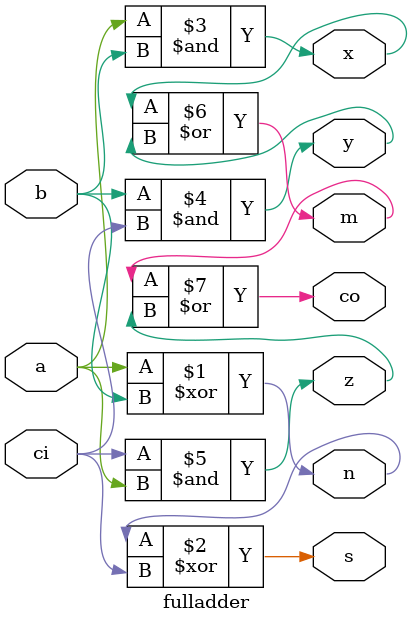
<source format=v>
module fulladder(
	input a,b,ci,
	output s,co,x,y,z,m,n
	);
	xor(n,a,b);
	xor(s,n,ci);
	and(x,a,b);
	and(y,b,ci);
	and(z,ci,a);
	or(m,x,y);
	or(co,m,z);
	endmodule

</source>
